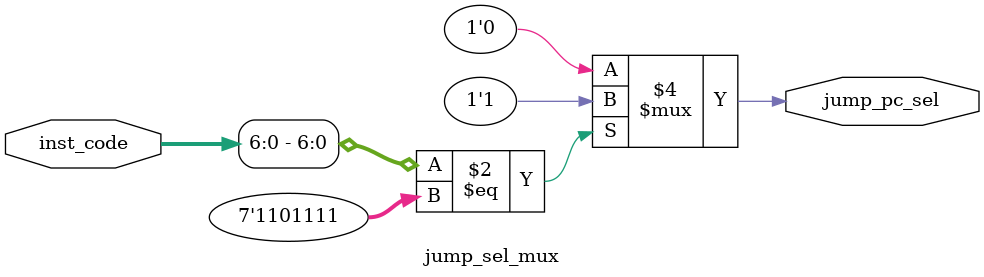
<source format=v>
`timescale 1ns / 1ps

module jump_sel_mux(
   input [31:0] inst_code,
   output reg jump_pc_sel
    );
    // To select the jump address 
    // JUMP selection input for jump address in PC
    always @(inst_code)
    begin
    if(inst_code[6:0] == 7'b1101111)
    jump_pc_sel = 1;
    else
    jump_pc_sel= 0;
    
    end
endmodule
</source>
